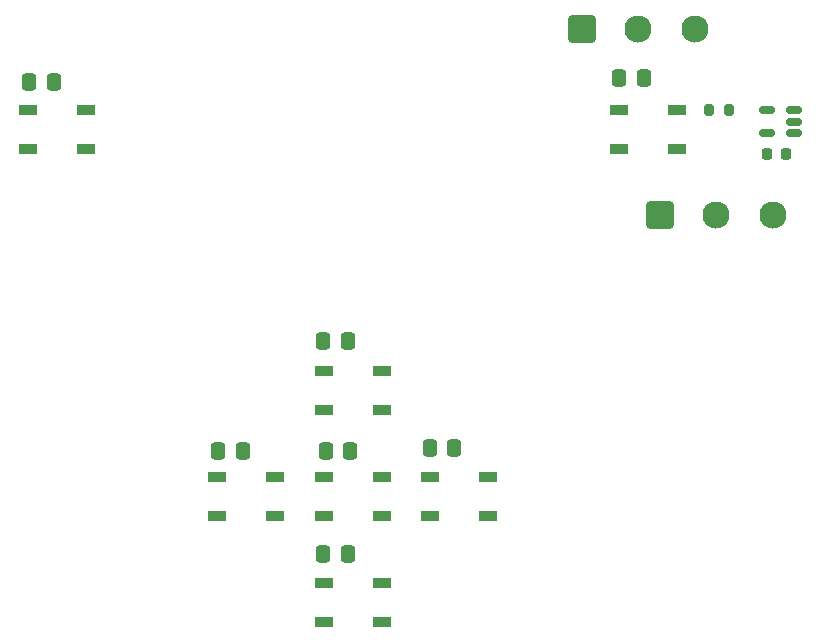
<source format=gts>
G04 #@! TF.GenerationSoftware,KiCad,Pcbnew,7.0.8*
G04 #@! TF.CreationDate,2023-10-23T18:30:09+02:00*
G04 #@! TF.ProjectId,LED_Eyes2,4c45445f-4579-4657-9332-2e6b69636164,rev?*
G04 #@! TF.SameCoordinates,Original*
G04 #@! TF.FileFunction,Soldermask,Top*
G04 #@! TF.FilePolarity,Negative*
%FSLAX46Y46*%
G04 Gerber Fmt 4.6, Leading zero omitted, Abs format (unit mm)*
G04 Created by KiCad (PCBNEW 7.0.8) date 2023-10-23 18:30:09*
%MOMM*%
%LPD*%
G01*
G04 APERTURE LIST*
G04 Aperture macros list*
%AMRoundRect*
0 Rectangle with rounded corners*
0 $1 Rounding radius*
0 $2 $3 $4 $5 $6 $7 $8 $9 X,Y pos of 4 corners*
0 Add a 4 corners polygon primitive as box body*
4,1,4,$2,$3,$4,$5,$6,$7,$8,$9,$2,$3,0*
0 Add four circle primitives for the rounded corners*
1,1,$1+$1,$2,$3*
1,1,$1+$1,$4,$5*
1,1,$1+$1,$6,$7*
1,1,$1+$1,$8,$9*
0 Add four rect primitives between the rounded corners*
20,1,$1+$1,$2,$3,$4,$5,0*
20,1,$1+$1,$4,$5,$6,$7,0*
20,1,$1+$1,$6,$7,$8,$9,0*
20,1,$1+$1,$8,$9,$2,$3,0*%
G04 Aperture macros list end*
%ADD10RoundRect,0.250001X-0.899999X-0.899999X0.899999X-0.899999X0.899999X0.899999X-0.899999X0.899999X0*%
%ADD11C,2.300000*%
%ADD12RoundRect,0.250000X-0.337500X-0.475000X0.337500X-0.475000X0.337500X0.475000X-0.337500X0.475000X0*%
%ADD13RoundRect,0.200000X-0.200000X-0.275000X0.200000X-0.275000X0.200000X0.275000X-0.200000X0.275000X0*%
%ADD14RoundRect,0.150000X0.512500X0.150000X-0.512500X0.150000X-0.512500X-0.150000X0.512500X-0.150000X0*%
%ADD15R,1.500000X0.900000*%
%ADD16RoundRect,0.225000X-0.225000X-0.250000X0.225000X-0.250000X0.225000X0.250000X-0.225000X0.250000X0*%
G04 APERTURE END LIST*
D10*
X166000000Y-102800000D03*
D11*
X170800000Y-102800000D03*
X175600000Y-102800000D03*
D12*
X137500000Y-113400000D03*
X139575000Y-113400000D03*
D13*
X170200000Y-93900000D03*
X171850000Y-93900000D03*
D14*
X177375000Y-95800000D03*
X177375000Y-94850000D03*
X177375000Y-93900000D03*
X175100000Y-93900000D03*
X175100000Y-95800000D03*
D12*
X137525000Y-131500000D03*
X139600000Y-131500000D03*
X146525000Y-122500000D03*
X148600000Y-122500000D03*
D15*
X112550000Y-93850000D03*
X112550000Y-97150000D03*
X117450000Y-97150000D03*
X117450000Y-93850000D03*
D10*
X159400000Y-87000000D03*
D11*
X164200000Y-87000000D03*
X169000000Y-87000000D03*
D15*
X137550000Y-124950000D03*
X137550000Y-128250000D03*
X142450000Y-128250000D03*
X142450000Y-124950000D03*
D12*
X112625000Y-91500000D03*
X114700000Y-91500000D03*
D15*
X128550000Y-124950000D03*
X128550000Y-128250000D03*
X133450000Y-128250000D03*
X133450000Y-124950000D03*
X162550000Y-93850000D03*
X162550000Y-97150000D03*
X167450000Y-97150000D03*
X167450000Y-93850000D03*
X137550000Y-133950000D03*
X137550000Y-137250000D03*
X142450000Y-137250000D03*
X142450000Y-133950000D03*
D12*
X137725000Y-122700000D03*
X139800000Y-122700000D03*
X128625000Y-122700000D03*
X130700000Y-122700000D03*
D15*
X137550000Y-115950000D03*
X137550000Y-119250000D03*
X142450000Y-119250000D03*
X142450000Y-115950000D03*
X146550000Y-124950000D03*
X146550000Y-128250000D03*
X151450000Y-128250000D03*
X151450000Y-124950000D03*
D16*
X175100000Y-97600000D03*
X176650000Y-97600000D03*
D12*
X162562500Y-91200000D03*
X164637500Y-91200000D03*
M02*

</source>
